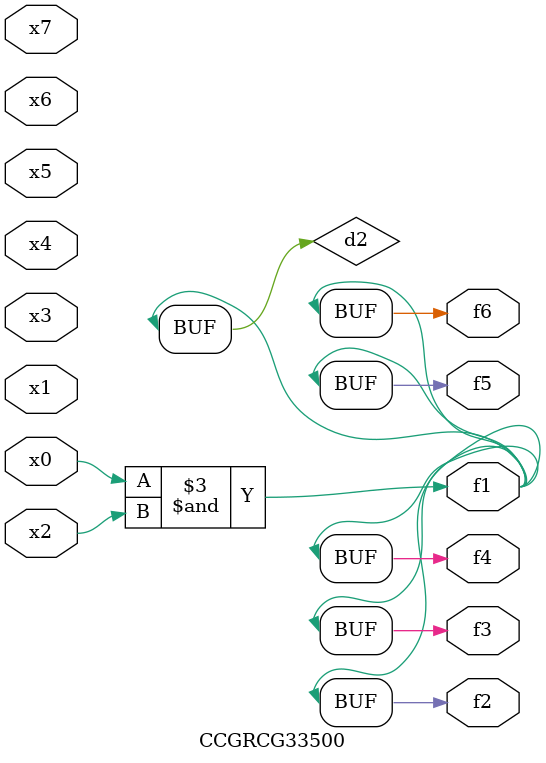
<source format=v>
module CCGRCG33500(
	input x0, x1, x2, x3, x4, x5, x6, x7,
	output f1, f2, f3, f4, f5, f6
);

	wire d1, d2;

	nor (d1, x3, x6);
	and (d2, x0, x2);
	assign f1 = d2;
	assign f2 = d2;
	assign f3 = d2;
	assign f4 = d2;
	assign f5 = d2;
	assign f6 = d2;
endmodule

</source>
